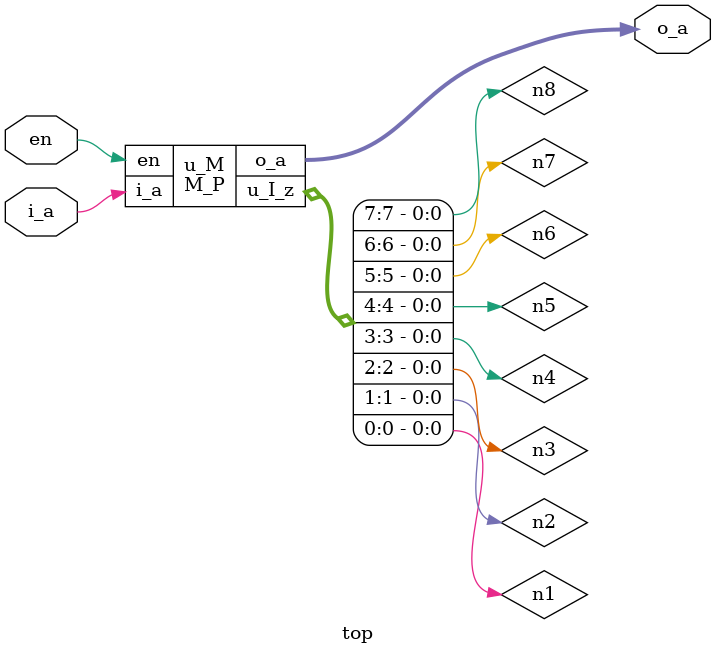
<source format=v>

`ifdef CBV                      
`define _2_                      
`else                      
`define _2_ (* _2_state_ *)                      
`endif

module M_P ( u_I_z, o_a, en, i_a);
// pragma CVASTRPROP MODULE HDLICE HDL_MODULE_ATTRIBUTE "0 vlog atb"
output [7:0] u_I_z;
output [7:0] o_a;
`_2_ input en;
input i_a;
supply1 n12;
supply0 n13;
Q_BUF U0 ( .A(i_a), .Z(u_I_z[0]));
Q_BUF U1 ( .A(u_I_z[0]), .Z(u_I_z[1]));
Q_BUF U2 ( .A(u_I_z[0]), .Z(u_I_z[2]));
Q_BUF U3 ( .A(u_I_z[0]), .Z(u_I_z[3]));
Q_BUF U4 ( .A(u_I_z[0]), .Z(u_I_z[4]));
Q_BUF U5 ( .A(u_I_z[0]), .Z(u_I_z[5]));
Q_BUF U6 ( .A(u_I_z[0]), .Z(u_I_z[6]));
Q_BUF U7 ( .A(u_I_z[0]), .Z(u_I_z[7]));
Q_OR02 U8 ( .A0(n29), .A1(n26), .Z(n3));
Q_OR03 U9 ( .A0(n2), .A1(n3), .A2(n4), .Z(n1));
Q_OR02 U10 ( .A0(n26), .A1(n29), .Z(n4));
Q_OR03 U11 ( .A0(n6), .A1(n7), .A2(n8), .Z(n5));
Q_OR03 U12 ( .A0(n10), .A1(n14), .A2(n16), .Z(n6));
Q_OR03 U13 ( .A0(n18), .A1(n21), .A2(n23), .Z(n7));
Q_OR02 U14 ( .A0(n31), .A1(n33), .Z(n8));
Q_INV U15 ( .A(en), .Z(n9));
Q_BUFZP U16 (.OE(n10), .A(n11), .Z(\u_I_z[0]%force_value ));
Q_BUFZP U17 (.OE(n5), .A(n12), .Z(\u_I_z[0]%force ));
Q_LDN2 U18 ( .G(n24), .S(n19), .D(n13), .Q(n10), .QN( ));
Q_BUFZP U19 (.OE(n1), .A(n12), .Z(\u_I_z[0]%release ));
Q_BUFZP U20 (.OE(n14), .A(n15), .Z(\u_I_z[0]%force_value ));
Q_LDN2 U21 ( .G(n24), .S(n19), .D(n13), .Q(n14), .QN( ));
Q_BUFZP U22 (.OE(n16), .A(n17), .Z(\u_I_z[0]%force_value ));
Q_LDN2 U23 ( .G(n24), .S(n19), .D(n13), .Q(n16), .QN( ));
Q_BUFZP U24 (.OE(n18), .A(n20), .Z(\u_I_z[0]%force_value ));
Q_INV U25 ( .A(n26), .Z(n19));
Q_LDN2 U26 ( .G(n24), .S(n19), .D(n13), .Q(n18), .QN( ));
Q_BUFZP U27 (.OE(n21), .A(n22), .Z(\u_I_z[0]%force_value ));
Q_LDN2 U28 ( .G(n24), .S(n19), .D(n13), .Q(n21), .QN( ));
Q_BUFZP U29 (.OE(n23), .A(n25), .Z(\u_I_z[0]%force_value ));
Q_LDN2 U30 ( .G(n24), .S(n19), .D(n13), .Q(n23), .QN( ));
Q_INV U31 (.A(\u_I_z[0]%release ), .Z(n24));
Q_AN02 U32 ( .A0(en), .A1(n27), .Z(n26));
Q_INV U33 ( .A(n28), .Z(n27));
Q_FDP0B U34 ( .D(en), .QTFCLK( ), .Q(n28));
Q_NR02 U35 ( .A0(en), .A1(n35), .Z(n29));
Q_BUFZP U36 (.OE(n31), .A(n32), .Z(\u_I_z[0]%force_value ));
Q_LDN2 U37 ( .G(n24), .S(n19), .D(n13), .Q(n31), .QN( ));
Q_BUFZP U38 (.OE(n33), .A(n34), .Z(\u_I_z[0]%force_value ));
Q_LDN2 U39 ( .G(n24), .S(n19), .D(n13), .Q(n33), .QN( ));
Q_FDP0B U40 ( .D(n9), .QTFCLK( ), .Q(n35));
Q_ASSIGN U41 ( .B(u_I_z[0]), .A(o_a[0]));
Q_ASSIGN U42 ( .B(u_I_z[0]), .A(o_a[1]));
Q_ASSIGN U43 ( .B(u_I_z[0]), .A(o_a[2]));
Q_ASSIGN U44 ( .B(u_I_z[0]), .A(o_a[3]));
Q_ASSIGN U45 ( .B(u_I_z[0]), .A(o_a[4]));
Q_ASSIGN U46 ( .B(u_I_z[0]), .A(o_a[5]));
Q_ASSIGN U47 ( .B(u_I_z[0]), .A(o_a[6]));
Q_ASSIGN U48 ( .B(u_I_z[0]), .A(o_a[7]));
Q_OR02 U49 ( .A0(n4), .A1(n26), .Z(n2));
// pragma CVASTRPROP MODULE HDLICE HDL_MEMORY_DECL_m1 "u_I_z 1 -2147483647 -2147483647 7 0"
// pragma CVASTRPROP MODULE HDLICE HDL_MEMORY_NON_CMM "1"
endmodule

`ifdef CBV                      
`define _2_                      
`else                      
`define _2_ (* _2_state_ *)                      
`endif

module top ( en, i_a, o_a);
// pragma CVASTRPROP MODULE HDLICE HDL_MODULE_ATTRIBUTE "0 vlog atb"
`_2_ input en;
input i_a;
output [7:0] o_a;
wire [7:0] u_I_z;
Q_MX02 U0 (.S(\u_I_z[0]%force ), .A0(n1), .A1(\u_I_z[0]%force_value ), .Z(u_I_z[0]));
Q_RDN U1 (.Z(\u_I_z[0]%force ));
Q_RDN U2 (.Z(\u_I_z[0]%release ));
Q_MX02 U3 (.S(\u_I_z[1]%force ), .A0(n2), .A1(\u_I_z[1]%force_value ), .Z(u_I_z[1]));
Q_RDN U4 (.Z(\u_I_z[1]%force ));
Q_RDN U5 (.Z(\u_I_z[1]%release ));
Q_MX02 U6 (.S(\u_I_z[2]%force ), .A0(n3), .A1(\u_I_z[2]%force_value ), .Z(u_I_z[2]));
Q_RDN U7 (.Z(\u_I_z[2]%force ));
Q_RDN U8 (.Z(\u_I_z[2]%release ));
Q_MX02 U9 (.S(\u_I_z[3]%force ), .A0(n4), .A1(\u_I_z[3]%force_value ), .Z(u_I_z[3]));
Q_RDN U10 (.Z(\u_I_z[3]%force ));
Q_RDN U11 (.Z(\u_I_z[3]%release ));
Q_MX02 U12 (.S(\u_I_z[4]%force ), .A0(n5), .A1(\u_I_z[4]%force_value ), .Z(u_I_z[4]));
Q_RDN U13 (.Z(\u_I_z[4]%force ));
Q_RDN U14 (.Z(\u_I_z[4]%release ));
Q_MX02 U15 (.S(\u_I_z[5]%force ), .A0(n6), .A1(\u_I_z[5]%force_value ), .Z(u_I_z[5]));
Q_RDN U16 (.Z(\u_I_z[5]%force ));
Q_RDN U17 (.Z(\u_I_z[5]%release ));
Q_MX02 U18 (.S(\u_I_z[6]%force ), .A0(n7), .A1(\u_I_z[6]%force_value ), .Z(u_I_z[6]));
Q_RDN U19 (.Z(\u_I_z[6]%force ));
Q_RDN U20 (.Z(\u_I_z[6]%release ));
Q_MX02 U21 (.S(\u_I_z[7]%force ), .A0(n8), .A1(\u_I_z[7]%force_value ), .Z(u_I_z[7]));
Q_RDN U22 (.Z(\u_I_z[7]%force ));
Q_RDN U23 (.Z(\u_I_z[7]%release ));
M_P u_M ( .u_I_z( { n8, n7, n6, n5, n4, n3, n2, n1}), .o_a( o_a[7:0]), .en( 
	en), .i_a( i_a));
// pragma CVASTRPROP MODULE HDLICE HDL_MEMORY_DECL_m1 "u_I_z 1 -2147483647 -2147483647 7 0"
// pragma CVASTRPROP MODULE HDLICE HDL_MEMORY_NON_CMM "1"
`ifdef Q_DISPLAY_BUFFER_USE
`ifdef CBV
`else
Q_DISPLAY_BUFFER Q_DISPLAY_BUFFER ();
`endif
`endif
`ifdef Q_HDL_ROOT_USE
Q_HDL_ROOT Q_HDL_ROOT ();
`endif
endmodule

</source>
